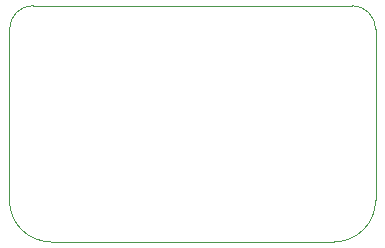
<source format=gbr>
%TF.GenerationSoftware,KiCad,Pcbnew,8.0.7*%
%TF.CreationDate,2025-01-25T10:49:14-05:00*%
%TF.ProjectId,isolated_probe,69736f6c-6174-4656-945f-70726f62652e,rev?*%
%TF.SameCoordinates,PX90013c0PY5d75c80*%
%TF.FileFunction,Profile,NP*%
%FSLAX46Y46*%
G04 Gerber Fmt 4.6, Leading zero omitted, Abs format (unit mm)*
G04 Created by KiCad (PCBNEW 8.0.7) date 2025-01-25 10:49:14*
%MOMM*%
%LPD*%
G01*
G04 APERTURE LIST*
%TA.AperFunction,Profile*%
%ADD10C,0.050000*%
%TD*%
G04 APERTURE END LIST*
D10*
X30000000Y-1000000D02*
G75*
G02*
X32000000Y-3000000I0J-2000000D01*
G01*
X1000000Y-3000000D02*
G75*
G02*
X3000000Y-1000000I2000000J0D01*
G01*
X1000000Y-3000000D02*
X1000000Y-17500000D01*
X30000000Y-1000000D02*
X3000000Y-1000000D01*
X32000000Y-17500000D02*
X32000000Y-3000000D01*
X28500000Y-21000000D02*
X4500000Y-21000000D01*
X32000000Y-17500000D02*
G75*
G02*
X28500000Y-21000000I-3500000J0D01*
G01*
X4500000Y-21000000D02*
G75*
G02*
X1000000Y-17500000I0J3500000D01*
G01*
M02*

</source>
